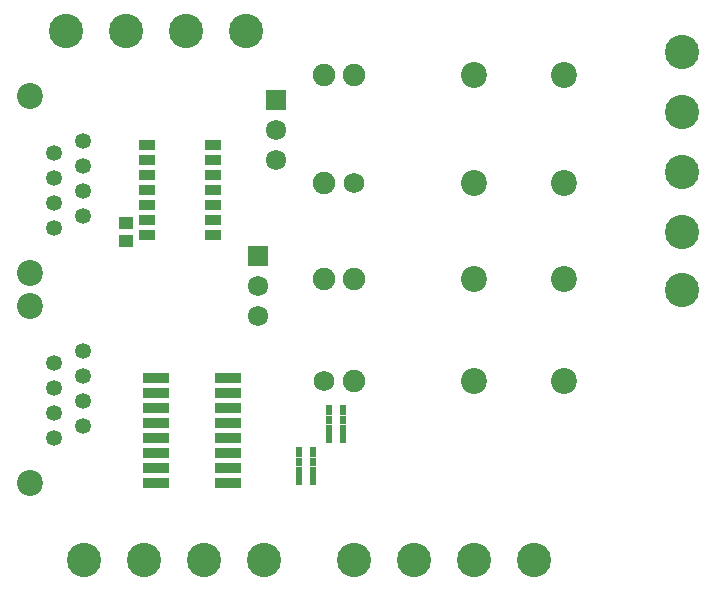
<source format=gts>
G04 #@! TF.FileFunction,Soldermask,Top*
%FSLAX46Y46*%
G04 Gerber Fmt 4.6, Leading zero omitted, Abs format (unit mm)*
G04 Created by KiCad (PCBNEW 4.0.1-stable) date 8/05/2016 3:47:28 PM*
%MOMM*%
G01*
G04 APERTURE LIST*
%ADD10C,0.150000*%
%ADD11C,2.900000*%
%ADD12R,2.232000X0.860400*%
%ADD13R,0.600000X0.850000*%
%ADD14R,0.600000X0.650000*%
%ADD15R,1.200760X1.099160*%
%ADD16R,1.724000X1.724000*%
%ADD17C,1.724000*%
%ADD18R,1.470000X0.835000*%
%ADD19C,1.750000*%
%ADD20C,1.900000*%
%ADD21C,2.200000*%
%ADD22C,1.350000*%
G04 APERTURE END LIST*
D10*
D11*
X144566000Y-108204000D03*
X144566000Y-113284000D03*
X144566000Y-118364000D03*
X144566000Y-123444000D03*
X144566000Y-128364000D03*
X109220000Y-151170000D03*
X104140000Y-151170000D03*
X99060000Y-151170000D03*
X93980000Y-151170000D03*
X132080000Y-151170000D03*
X127000000Y-151170000D03*
X121920000Y-151170000D03*
X116840000Y-151170000D03*
D12*
X100050600Y-135763000D03*
X100050600Y-137033000D03*
X100050600Y-138303000D03*
X100050600Y-139573000D03*
X100050600Y-140843000D03*
X100050600Y-142113000D03*
X100050600Y-143383000D03*
X100050600Y-144653000D03*
X106197400Y-144653000D03*
X106197400Y-143383000D03*
X106197400Y-142113000D03*
X106197400Y-140843000D03*
X106197400Y-139573000D03*
X106197400Y-138303000D03*
X106197400Y-137033000D03*
X106197400Y-135763000D03*
D13*
X114716000Y-140900000D03*
X115916000Y-140900000D03*
X114716000Y-138500000D03*
X115916000Y-138500000D03*
D14*
X114716000Y-140100000D03*
X114716000Y-139300000D03*
X115916000Y-139300000D03*
X115916000Y-140100000D03*
D13*
X112176000Y-144456000D03*
X113376000Y-144456000D03*
X112176000Y-142056000D03*
X113376000Y-142056000D03*
D14*
X112176000Y-143656000D03*
X112176000Y-142856000D03*
X113376000Y-142856000D03*
X113376000Y-143656000D03*
D15*
X97536000Y-124195840D03*
X97536000Y-122692160D03*
D16*
X110236000Y-112268000D03*
D17*
X110236000Y-114808000D03*
X110236000Y-117348000D03*
D16*
X108712000Y-125476000D03*
D17*
X108712000Y-128016000D03*
X108712000Y-130556000D03*
D11*
X92456000Y-106386000D03*
X97536000Y-106386000D03*
X102616000Y-106386000D03*
X107696000Y-106386000D03*
D18*
X104902000Y-123698000D03*
X104902000Y-122428000D03*
X104902000Y-121158000D03*
X104902000Y-119888000D03*
X104902000Y-118618000D03*
X104902000Y-117348000D03*
X104902000Y-116078000D03*
X99314000Y-116078000D03*
X99314000Y-117348000D03*
X99314000Y-118618000D03*
X99314000Y-119888000D03*
X99314000Y-121158000D03*
X99314000Y-122428000D03*
X99314000Y-123698000D03*
D19*
X114300000Y-136020000D03*
D20*
X116840000Y-136020000D03*
D21*
X127000000Y-136020000D03*
X134620000Y-136020000D03*
D20*
X114300000Y-127384000D03*
X116840000Y-127384000D03*
D21*
X127000000Y-127384000D03*
X134620000Y-127384000D03*
D20*
X114300000Y-119256000D03*
D19*
X116840000Y-119256000D03*
D21*
X127000000Y-119256000D03*
X134620000Y-119256000D03*
D20*
X114300000Y-110112000D03*
X116840000Y-110112000D03*
D21*
X127000000Y-110112000D03*
X134620000Y-110112000D03*
X89408000Y-129660000D03*
X89408000Y-144660000D03*
D22*
X93908000Y-133455000D03*
X93908000Y-135572200D03*
X93908000Y-137689300D03*
X93908000Y-139806400D03*
X91458000Y-134513600D03*
X91458000Y-136630700D03*
X91458000Y-138747800D03*
X91458000Y-140865000D03*
D21*
X89408000Y-111880000D03*
X89408000Y-126880000D03*
D22*
X93908000Y-115675000D03*
X93908000Y-117792200D03*
X93908000Y-119909300D03*
X93908000Y-122026400D03*
X91458000Y-116733600D03*
X91458000Y-118850700D03*
X91458000Y-120967800D03*
X91458000Y-123085000D03*
M02*

</source>
